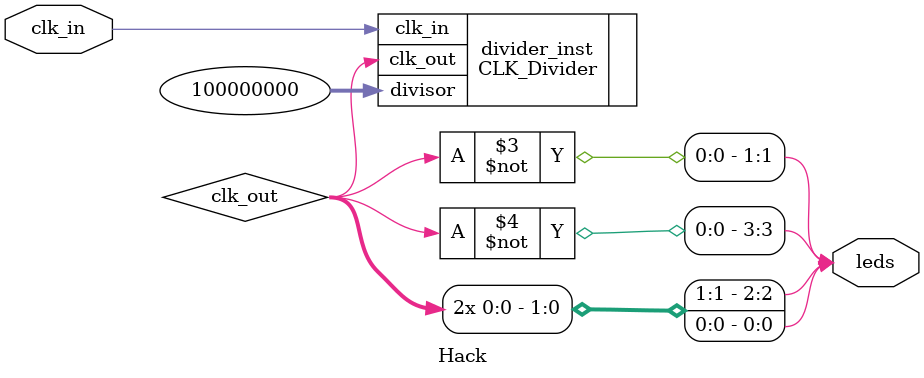
<source format=v>
`include "../../modules/Nand.v"
`include "../../modules/Not.v"
`include "../../modules/And.v"
`include "../../modules/Or.v"
`include "../../modules/CLK_Divider.v"
/** 
 * The module hack is our top-level module
 * It connects the external pins of our fpga (Hack.pcf)
 * to the internal components (cpu,mem,clk,rst,rom)
 *
 */

`default_nettype none

module Hack(                        // top level module
    input wire clk_in,
    output reg [3:0] leds
);

    wire clk_out;
    // Divide the input clock frequency by 100 million to get a count every second
    CLK_Divider divider_inst (
        .clk_in(clk_in),
        .divisor(100000000),
        .clk_out(clk_out)
    );

    // Set the output of the pin to always be high
    always @(*) begin
        leds[0] = clk_out;
        leds[1] = ~clk_out;
        leds[2] = clk_out;
        leds[3] = ~clk_out;
    end
endmodule

</source>
